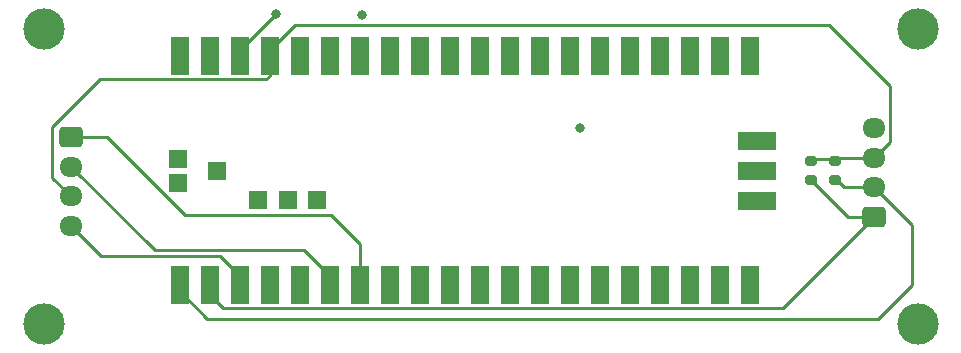
<source format=gbr>
%TF.GenerationSoftware,KiCad,Pcbnew,(6.0.6)*%
%TF.CreationDate,2022-08-15T12:46:32+09:00*%
%TF.ProjectId,aliss_03b,616c6973-735f-4303-9362-2e6b69636164,rev?*%
%TF.SameCoordinates,Original*%
%TF.FileFunction,Copper,L1,Top*%
%TF.FilePolarity,Positive*%
%FSLAX46Y46*%
G04 Gerber Fmt 4.6, Leading zero omitted, Abs format (unit mm)*
G04 Created by KiCad (PCBNEW (6.0.6)) date 2022-08-15 12:46:32*
%MOMM*%
%LPD*%
G01*
G04 APERTURE LIST*
G04 Aperture macros list*
%AMRoundRect*
0 Rectangle with rounded corners*
0 $1 Rounding radius*
0 $2 $3 $4 $5 $6 $7 $8 $9 X,Y pos of 4 corners*
0 Add a 4 corners polygon primitive as box body*
4,1,4,$2,$3,$4,$5,$6,$7,$8,$9,$2,$3,0*
0 Add four circle primitives for the rounded corners*
1,1,$1+$1,$2,$3*
1,1,$1+$1,$4,$5*
1,1,$1+$1,$6,$7*
1,1,$1+$1,$8,$9*
0 Add four rect primitives between the rounded corners*
20,1,$1+$1,$2,$3,$4,$5,0*
20,1,$1+$1,$4,$5,$6,$7,0*
20,1,$1+$1,$6,$7,$8,$9,0*
20,1,$1+$1,$8,$9,$2,$3,0*%
G04 Aperture macros list end*
%TA.AperFunction,SMDPad,CuDef*%
%ADD10RoundRect,0.200000X0.275000X-0.200000X0.275000X0.200000X-0.275000X0.200000X-0.275000X-0.200000X0*%
%TD*%
%TA.AperFunction,SMDPad,CuDef*%
%ADD11R,1.600000X3.200000*%
%TD*%
%TA.AperFunction,SMDPad,CuDef*%
%ADD12R,3.200000X1.600000*%
%TD*%
%TA.AperFunction,SMDPad,CuDef*%
%ADD13R,1.500000X1.500000*%
%TD*%
%TA.AperFunction,ComponentPad*%
%ADD14RoundRect,0.250000X-0.725000X0.600000X-0.725000X-0.600000X0.725000X-0.600000X0.725000X0.600000X0*%
%TD*%
%TA.AperFunction,ComponentPad*%
%ADD15O,1.950000X1.700000*%
%TD*%
%TA.AperFunction,ComponentPad*%
%ADD16RoundRect,0.250000X0.725000X-0.600000X0.725000X0.600000X-0.725000X0.600000X-0.725000X-0.600000X0*%
%TD*%
%TA.AperFunction,ViaPad*%
%ADD17C,3.500000*%
%TD*%
%TA.AperFunction,ViaPad*%
%ADD18C,0.800000*%
%TD*%
%TA.AperFunction,Conductor*%
%ADD19C,0.250000*%
%TD*%
G04 APERTURE END LIST*
D10*
%TO.P,R,2*%
%TO.N,/3V3*%
X148000000Y-99175000D03*
%TO.P,R,1*%
%TO.N,/SCL*%
X148000000Y-100825000D03*
%TD*%
%TO.P,Rwe,1*%
%TO.N,/SDA*%
X150000000Y-100825000D03*
%TO.P,Rwe,2*%
%TO.N,/3V3*%
X150000000Y-99175000D03*
%TD*%
D11*
%TO.P,J3,1,Pin_1*%
%TO.N,/SDA*%
X94540000Y-109730000D03*
%TO.P,J3,2,Pin_2*%
%TO.N,/SCL*%
X97080000Y-109730000D03*
%TO.P,J3,3,Pin_3*%
%TO.N,/GND*%
X99620000Y-109730000D03*
%TO.P,J3,4,Pin_4*%
%TO.N,unconnected-(J3-Pad4)*%
X102160000Y-109730000D03*
%TO.P,J3,5,Pin_5*%
%TO.N,unconnected-(J3-Pad5)*%
X104700000Y-109730000D03*
%TO.P,J3,6,Pin_6*%
%TO.N,/Rx*%
X107240000Y-109730000D03*
%TO.P,J3,7,Pin_7*%
%TO.N,/Tx*%
X109780000Y-109730000D03*
%TO.P,J3,8,Pin_8*%
%TO.N,unconnected-(J3-Pad8)*%
X112320000Y-109730000D03*
%TO.P,J3,9,Pin_9*%
%TO.N,unconnected-(J3-Pad9)*%
X114860000Y-109730000D03*
%TO.P,J3,10,Pin_10*%
%TO.N,unconnected-(J3-Pad10)*%
X117400000Y-109730000D03*
%TO.P,J3,11,Pin_11*%
%TO.N,unconnected-(J3-Pad11)*%
X119940000Y-109730000D03*
%TO.P,J3,12,Pin_12*%
%TO.N,unconnected-(J3-Pad12)*%
X122480000Y-109730000D03*
%TO.P,J3,13,Pin_13*%
%TO.N,unconnected-(J3-Pad13)*%
X125020000Y-109730000D03*
%TO.P,J3,14,Pin_14*%
%TO.N,unconnected-(J3-Pad14)*%
X127560000Y-109730000D03*
%TO.P,J3,15,Pin_15*%
%TO.N,unconnected-(J3-Pad15)*%
X130100000Y-109730000D03*
%TO.P,J3,16,Pin_16*%
%TO.N,unconnected-(J3-Pad16)*%
X132640000Y-109730000D03*
%TO.P,J3,17,Pin_17*%
%TO.N,unconnected-(J3-Pad17)*%
X135180000Y-109730000D03*
%TO.P,J3,18,Pin_18*%
%TO.N,unconnected-(J3-Pad18)*%
X137720000Y-109730000D03*
%TO.P,J3,19,Pin_19*%
%TO.N,unconnected-(J3-Pad19)*%
X140260000Y-109730000D03*
%TO.P,J3,20,Pin_20*%
%TO.N,unconnected-(J3-Pad20)*%
X142800000Y-109730000D03*
%TO.P,J3,21,Pin_21*%
%TO.N,unconnected-(J3-Pad21)*%
X142800000Y-90350000D03*
%TO.P,J3,22,Pin_22*%
%TO.N,unconnected-(J3-Pad22)*%
X140260000Y-90350000D03*
%TO.P,J3,23,Pin_23*%
%TO.N,unconnected-(J3-Pad23)*%
X137720000Y-90350000D03*
%TO.P,J3,24,Pin_24*%
%TO.N,unconnected-(J3-Pad24)*%
X135180000Y-90350000D03*
%TO.P,J3,25,Pin_25*%
%TO.N,unconnected-(J3-Pad25)*%
X132640000Y-90350000D03*
%TO.P,J3,26,Pin_26*%
%TO.N,unconnected-(J3-Pad26)*%
X130100000Y-90350000D03*
%TO.P,J3,27,Pin_27*%
%TO.N,unconnected-(J3-Pad27)*%
X127560000Y-90350000D03*
%TO.P,J3,28,Pin_28*%
%TO.N,unconnected-(J3-Pad28)*%
X125020000Y-90350000D03*
%TO.P,J3,29,Pin_29*%
%TO.N,unconnected-(J3-Pad29)*%
X122480000Y-90350000D03*
%TO.P,J3,30,Pin_30*%
%TO.N,unconnected-(J3-Pad30)*%
X119940000Y-90350000D03*
%TO.P,J3,31,Pin_31*%
%TO.N,unconnected-(J3-Pad31)*%
X117400000Y-90350000D03*
%TO.P,J3,32,Pin_32*%
%TO.N,unconnected-(J3-Pad32)*%
X114860000Y-90350000D03*
%TO.P,J3,33,Pin_33*%
%TO.N,unconnected-(J3-Pad33)*%
X112320000Y-90350000D03*
%TO.P,J3,34,Pin_34*%
%TO.N,unconnected-(J3-Pad34)*%
X109780000Y-90350000D03*
%TO.P,J3,35,Pin_35*%
%TO.N,unconnected-(J3-Pad35)*%
X107240000Y-90350000D03*
%TO.P,J3,36,Pin_36*%
%TO.N,unconnected-(J3-Pad36)*%
X104700000Y-90350000D03*
%TO.P,J3,37,Pin_37*%
%TO.N,/3V3*%
X102160000Y-90350000D03*
%TO.P,J3,38,Pin_38*%
%TO.N,/GND*%
X99620000Y-90350000D03*
%TO.P,J3,39,Pin_39*%
%TO.N,unconnected-(J3-Pad39)*%
X97080000Y-90350000D03*
%TO.P,J3,40,Pin_40*%
%TO.N,unconnected-(J3-Pad40)*%
X94540000Y-90350000D03*
D12*
%TO.P,J3,D1*%
%TO.N,N/C*%
X143370000Y-102580000D03*
%TO.P,J3,D2*%
X143370000Y-100040000D03*
%TO.P,J3,D3*%
X143370000Y-97500000D03*
D13*
%TO.P,J3,TP1*%
X97670000Y-100040000D03*
%TO.P,J3,TP2*%
X94370000Y-99040000D03*
%TO.P,J3,TP3*%
X94370000Y-101040000D03*
%TO.P,J3,TP4*%
X101170000Y-102540000D03*
%TO.P,J3,TP5*%
X103670000Y-102540000D03*
%TO.P,J3,TP6*%
X106170000Y-102540000D03*
%TD*%
D14*
%TO.P,J2,1,Pin_1*%
%TO.N,/Tx*%
X85327200Y-97196800D03*
D15*
%TO.P,J2,2,Pin_2*%
%TO.N,/Rx*%
X85327200Y-99696800D03*
%TO.P,J2,3,Pin_3*%
%TO.N,/3V3*%
X85327200Y-102196800D03*
%TO.P,J2,4,Pin_4*%
%TO.N,/GND*%
X85327200Y-104696800D03*
%TD*%
D16*
%TO.P,J1,1,Pin_1*%
%TO.N,/SCL*%
X153302400Y-103918600D03*
D15*
%TO.P,J1,2,Pin_2*%
%TO.N,/SDA*%
X153302400Y-101418600D03*
%TO.P,J1,3,Pin_3*%
%TO.N,/3V3*%
X153302400Y-98918600D03*
%TO.P,J1,4,Pin_4*%
%TO.N,/GND*%
X153302400Y-96418600D03*
%TD*%
D17*
%TO.N,*%
X157000000Y-88000000D03*
X157000000Y-113000000D03*
X83000000Y-113000000D03*
X83000000Y-88000000D03*
D18*
%TO.N,/GND*%
X128392000Y-96418600D03*
X102654800Y-86748200D03*
X109995400Y-86875200D03*
%TD*%
D19*
%TO.N,/SDA*%
X150768600Y-101418600D02*
X153302400Y-101418600D01*
X150000000Y-100650000D02*
X150768600Y-101418600D01*
%TO.N,/SCL*%
X151093600Y-103918600D02*
X153302400Y-103918600D01*
X148000000Y-100825000D02*
X151093600Y-103918600D01*
%TO.N,/3V3*%
X148175000Y-99000000D02*
X148000000Y-99175000D01*
X150000000Y-99000000D02*
X148175000Y-99000000D01*
X150081400Y-98918600D02*
X150000000Y-99000000D01*
X153302400Y-98918600D02*
X150081400Y-98918600D01*
%TO.N,/GND*%
X99620000Y-108903000D02*
X99620000Y-109730000D01*
X97930400Y-107213400D02*
X99620000Y-108903000D01*
X87843800Y-107213400D02*
X97930400Y-107213400D01*
X85327200Y-104696800D02*
X87843800Y-107213400D01*
X99620000Y-89783000D02*
X99620000Y-90350000D01*
X102654800Y-86748200D02*
X99620000Y-89783000D01*
%TO.N,/3V3*%
X104286600Y-87713400D02*
X102160000Y-89840000D01*
X149467000Y-87713400D02*
X104286600Y-87713400D01*
X154648600Y-92895000D02*
X149467000Y-87713400D01*
X102160000Y-89840000D02*
X102160000Y-90350000D01*
X154648600Y-97572400D02*
X154648600Y-92895000D01*
X153302400Y-98918600D02*
X154648600Y-97572400D01*
%TO.N,/SDA*%
X156528200Y-109735200D02*
X156528200Y-104644400D01*
X156528200Y-104644400D02*
X153302400Y-101418600D01*
X153683400Y-112580000D02*
X156528200Y-109735200D01*
X96880000Y-112580000D02*
X153683400Y-112580000D01*
X94540000Y-110240000D02*
X96880000Y-112580000D01*
X94540000Y-109730000D02*
X94540000Y-110240000D01*
%TO.N,/SCL*%
X145566000Y-111655000D02*
X153302400Y-103918600D01*
X98205000Y-111655000D02*
X145566000Y-111655000D01*
X97080000Y-110530000D02*
X98205000Y-111655000D01*
X97080000Y-109730000D02*
X97080000Y-110530000D01*
%TO.N,/3V3*%
X102160000Y-91992800D02*
X102160000Y-90350000D01*
X101867400Y-92285400D02*
X102160000Y-91992800D01*
X87777866Y-92285400D02*
X101867400Y-92285400D01*
X83736467Y-100606067D02*
X83736467Y-96326799D01*
X83736467Y-96326799D02*
X87777866Y-92285400D01*
X85327200Y-102196800D02*
X83736467Y-100606067D01*
%TO.N,/Rx*%
X105073400Y-106763400D02*
X92393800Y-106763400D01*
X107240000Y-108930000D02*
X105073400Y-106763400D01*
X107240000Y-109730000D02*
X107240000Y-108930000D01*
X92393800Y-106763400D02*
X85327200Y-99696800D01*
%TO.N,/Tx*%
X94971600Y-103791600D02*
X88376800Y-97196800D01*
X88376800Y-97196800D02*
X85327200Y-97196800D01*
X107303000Y-103791600D02*
X94971600Y-103791600D01*
X109780000Y-106268600D02*
X107303000Y-103791600D01*
X109780000Y-109730000D02*
X109780000Y-106268600D01*
%TD*%
M02*

</source>
